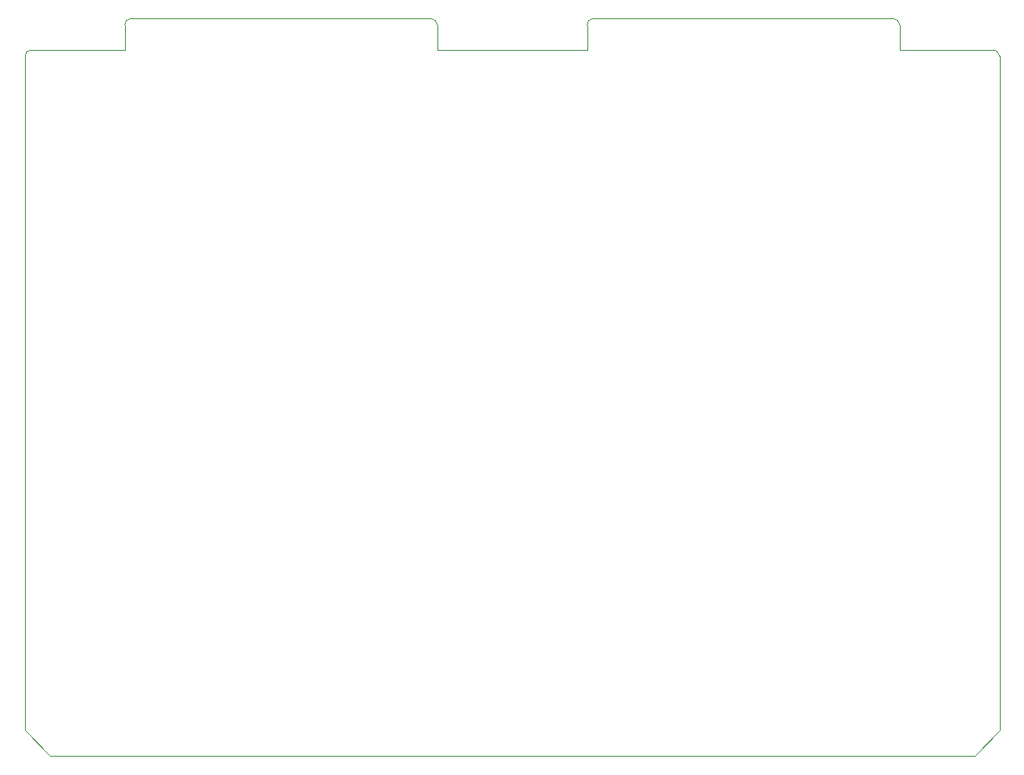
<source format=gbr>
%TF.GenerationSoftware,KiCad,Pcbnew,7.0.2*%
%TF.CreationDate,2023-09-30T04:37:45+09:00*%
%TF.ProjectId,VFD_NTP_CLOCK_V2.0,5646445f-4e54-4505-9f43-4c4f434b5f56,rev?*%
%TF.SameCoordinates,PX5e78920PY6f7ffe8*%
%TF.FileFunction,Profile,NP*%
%FSLAX46Y46*%
G04 Gerber Fmt 4.6, Leading zero omitted, Abs format (unit mm)*
G04 Created by KiCad (PCBNEW 7.0.2) date 2023-09-30 04:37:45*
%MOMM*%
%LPD*%
G01*
G04 APERTURE LIST*
%TA.AperFunction,Profile*%
%ADD10C,0.100000*%
%TD*%
G04 APERTURE END LIST*
D10*
X99060000Y71196200D02*
X99060000Y65481200D01*
X96520000Y0D02*
X2540000Y0D01*
X57785000Y75006200D02*
X88265000Y75006200D01*
X10795000Y75006200D02*
G75*
G03*
X10160000Y74371200I0J-635000D01*
G01*
X25400Y2616200D02*
X25400Y71120000D01*
X10160000Y71831200D02*
X10160000Y74371200D01*
X635005Y71831165D02*
G75*
G03*
X25278Y71119999I100895J-703465D01*
G01*
X88900000Y71831200D02*
X88900000Y74371200D01*
X99060000Y2616200D02*
X96520000Y0D01*
X99060000Y58496200D02*
X99060000Y4445000D01*
X41910000Y71831200D02*
X57150000Y71831200D01*
X99060000Y65481200D02*
X99060000Y58496200D01*
X99060000Y58496200D02*
X99060000Y58496200D01*
X88900000Y74371200D02*
G75*
G03*
X88265000Y75006200I-635000J0D01*
G01*
X41910000Y71831200D02*
X41910000Y74371200D01*
X57150000Y71831200D02*
X57150000Y74371200D01*
X57785000Y75006200D02*
G75*
G03*
X57150000Y74371200I0J-635000D01*
G01*
X99060000Y71196200D02*
G75*
G03*
X98425000Y71831200I-635000J0D01*
G01*
X10795000Y75006200D02*
X41275000Y75006200D01*
X25400Y2616200D02*
X2540000Y0D01*
X99060000Y2616200D02*
X99060000Y4445000D01*
X41910000Y74371200D02*
G75*
G03*
X41275000Y75006200I-635000J0D01*
G01*
X98425000Y71831200D02*
X88900000Y71831200D01*
X635000Y71831200D02*
X10160000Y71831200D01*
M02*

</source>
